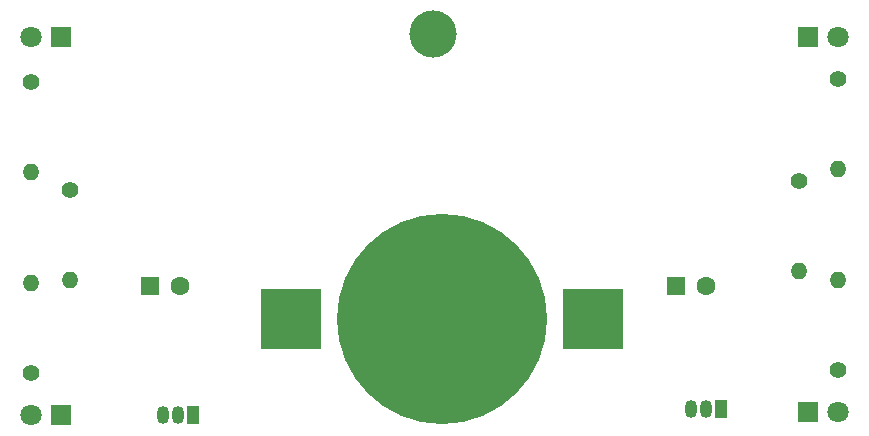
<source format=gbs>
G04 #@! TF.GenerationSoftware,KiCad,Pcbnew,7.0.8*
G04 #@! TF.CreationDate,2023-10-22T13:22:11+01:00*
G04 #@! TF.ProjectId,Badge,42616467-652e-46b6-9963-61645f706362,rev?*
G04 #@! TF.SameCoordinates,Original*
G04 #@! TF.FileFunction,Soldermask,Bot*
G04 #@! TF.FilePolarity,Negative*
%FSLAX46Y46*%
G04 Gerber Fmt 4.6, Leading zero omitted, Abs format (unit mm)*
G04 Created by KiCad (PCBNEW 7.0.8) date 2023-10-22 13:22:11*
%MOMM*%
%LPD*%
G01*
G04 APERTURE LIST*
%ADD10C,4.000000*%
%ADD11R,1.600000X1.600000*%
%ADD12C,1.600000*%
%ADD13C,1.400000*%
%ADD14O,1.400000X1.400000*%
%ADD15R,5.100000X5.100000*%
%ADD16C,17.800000*%
%ADD17R,1.050000X1.500000*%
%ADD18O,1.050000X1.500000*%
%ADD19C,1.800000*%
%ADD20R,1.800000X1.800000*%
G04 APERTURE END LIST*
D10*
X114300000Y-29718000D03*
D11*
X134874000Y-51054000D03*
D12*
X137374000Y-51054000D03*
D11*
X90342323Y-51054000D03*
D12*
X92842323Y-51054000D03*
D13*
X148590000Y-33528000D03*
D14*
X148590000Y-41148000D03*
D13*
X80264000Y-33782000D03*
D14*
X80264000Y-41402000D03*
D15*
X102262000Y-53848000D03*
X127862000Y-53848000D03*
D16*
X115062000Y-53848000D03*
D14*
X148590000Y-50546000D03*
D13*
X148590000Y-58166000D03*
D17*
X138684000Y-61468000D03*
D18*
X137414000Y-61468000D03*
X136144000Y-61468000D03*
D19*
X80269000Y-29972000D03*
D20*
X82809000Y-29972000D03*
D19*
X148590000Y-29972000D03*
D20*
X146050000Y-29972000D03*
D19*
X80269000Y-61976000D03*
D20*
X82809000Y-61976000D03*
D14*
X80264000Y-50800000D03*
D13*
X80264000Y-58420000D03*
D14*
X145288000Y-49784000D03*
D13*
X145288000Y-42164000D03*
D17*
X93980000Y-61976000D03*
D18*
X92710000Y-61976000D03*
X91440000Y-61976000D03*
D14*
X83566000Y-50546000D03*
D13*
X83566000Y-42926000D03*
D20*
X146050000Y-61722000D03*
D19*
X148590000Y-61722000D03*
M02*

</source>
